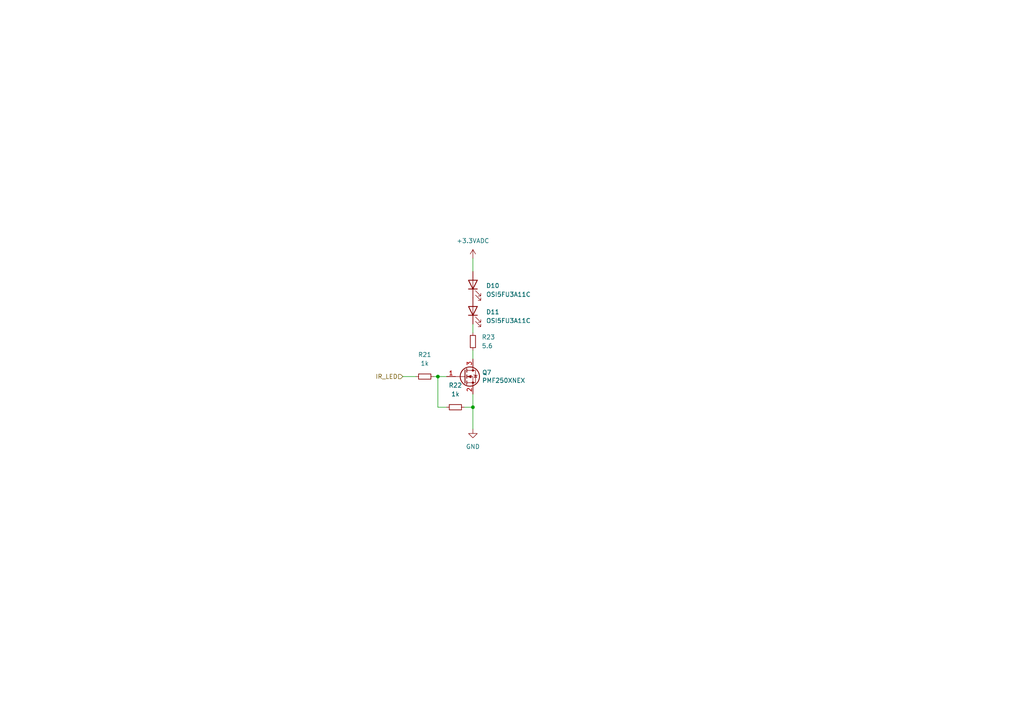
<source format=kicad_sch>
(kicad_sch (version 20211123) (generator eeschema)
  (paper "A4")
  (lib_symbols
    (symbol "Device:LED" (pin_numbers hide) (pin_names (offset 1.016) hide)
      (property "Reference" "D" (at 0 2.54 0))
      (property "Value" "LED" (at 0 -2.54 0))
      (symbol "LED_0_1"
        (polyline (pts (xy -1.27 -1.27) (xy -1.27 1.27)) (stroke (width 0.254)))
        (polyline (pts (xy -1.27 0) (xy 1.27 0)))
        (polyline (pts (xy 1.27 -1.27) (xy 1.27 1.27) (xy -1.27 0) (xy 1.27 -1.27)) (stroke (width 0.254)))
        (polyline (pts (xy -3.048 -0.762) (xy -4.572 -2.286) (xy -3.81 -2.286) (xy -4.572 -2.286) (xy -4.572 -1.524)))
        (polyline (pts (xy -1.778 -0.762) (xy -3.302 -2.286) (xy -2.54 -2.286) (xy -3.302 -2.286) (xy -3.302 -1.524)))
      )
      (symbol "LED_1_1"
        (pin passive line (at -3.81 0 0) (length 2.54) (name "K") (number "1"))
        (pin passive line (at 3.81 0 180) (length 2.54) (name "A") (number "2"))
      )
    )
    (symbol "Device:R_Small" (pin_numbers hide) (pin_names (offset 0.254) hide)
      (property "Reference" "R" (at 0.762 0.508 0))
      (property "Value" "R_Small" (at 0.762 -1.016 0))
      (symbol "R_Small_0_1"
        (rectangle (start -0.762 1.778) (end 0.762 -1.778) (stroke (width 0.2032)))
      )
      (symbol "R_Small_1_1"
        (pin passive line (at 0 2.54 270) (length 0.762) (name "~") (number "1"))
        (pin passive line (at 0 -2.54 90) (length 0.762) (name "~") (number "2"))
      )
    )
    (symbol "Transistor_FET:BSS138" (pin_names hide)
      (property "Reference" "Q" (at 5.08 1.905 0))
      (property "Value" "BSS138" (at 5.08 0 0))
      (symbol "BSS138_0_1"
        (polyline (pts (xy 0.254 0) (xy -2.54 0)))
        (polyline (pts (xy 0.254 1.905) (xy 0.254 -1.905)) (stroke (width 0.254)))
        (polyline (pts (xy 0.762 -1.27) (xy 0.762 -2.286)) (stroke (width 0.254)))
        (polyline (pts (xy 0.762 0.508) (xy 0.762 -0.508)) (stroke (width 0.254)))
        (polyline (pts (xy 0.762 2.286) (xy 0.762 1.27)) (stroke (width 0.254)))
        (polyline (pts (xy 2.54 2.54) (xy 2.54 1.778)))
        (polyline (pts (xy 2.54 -2.54) (xy 2.54 0) (xy 0.762 0)))
        (polyline (pts (xy 0.762 -1.778) (xy 3.302 -1.778) (xy 3.302 1.778) (xy 0.762 1.778)))
        (polyline (pts (xy 1.016 0) (xy 2.032 0.381) (xy 2.032 -0.381) (xy 1.016 0)) (fill (type outline)))
        (polyline (pts (xy 2.794 0.508) (xy 2.921 0.381) (xy 3.683 0.381) (xy 3.81 0.254)))
        (polyline (pts (xy 3.302 0.381) (xy 2.921 -0.254) (xy 3.683 -0.254) (xy 3.302 0.381)))
        (circle (center 1.651 0) (radius 2.794) (stroke (width 0.254)))
        (circle (center 2.54 -1.778) (radius 0.254) (fill (type outline)))
        (circle (center 2.54 1.778) (radius 0.254) (fill (type outline)))
      )
      (symbol "BSS138_1_1"
        (pin input line (at -5.08 0 0) (length 2.54) (name "G") (number "1"))
        (pin passive line (at 2.54 -5.08 90) (length 2.54) (name "S") (number "2"))
        (pin passive line (at 2.54 5.08 270) (length 2.54) (name "D") (number "3"))
      )
    )
    (symbol "power:+3.3VADC" (power) (pin_names (offset 0))
      (property "Value" "+3.3VADC" (at 0 2.54 0))
      (symbol "+3.3VADC_0_0"
        (pin power_in line (at 0 0 90) (length 0) hide (name "+3.3VADC") (number "1"))
      )
      (symbol "+3.3VADC_0_1"
        (polyline (pts (xy -0.762 1.27) (xy 0 2.54)))
        (polyline (pts (xy 0 0) (xy 0 2.54)))
        (polyline (pts (xy 0 2.54) (xy 0.762 1.27)))
      )
    )
    (symbol "power:GND" (power) (pin_names (offset 0))
      (property "Value" "GND" (at 0 -3.81 0))
      (symbol "GND_0_1"
        (polyline (pts (xy 0 0) (xy 0 -1.27) (xy 1.27 -1.27) (xy 0 -2.54) (xy -1.27 -1.27) (xy 0 -1.27)))
      )
      (symbol "GND_1_1"
        (pin power_in line (at 0 0 270) (length 0) hide (name "GND") (number "1"))
      )
    )
  )
  (junction (at 127 109.22))
  (junction (at 137.16 118.11))
  (wire (pts (xy 116.84 109.22) (xy 120.65 109.22)))
  (wire (pts (xy 125.73 109.22) (xy 127 109.22)))
  (wire (pts (xy 137.16 118.11) (xy 137.16 124.46)))
  (wire (pts (xy 137.16 96.52) (xy 137.16 93.98)))
  (wire (pts (xy 127 109.22) (xy 127 118.11)))
  (wire (pts (xy 134.62 118.11) (xy 137.16 118.11)))
  (wire (pts (xy 137.16 114.3) (xy 137.16 118.11)))
  (wire (pts (xy 137.16 101.6) (xy 137.16 104.14)))
  (wire (pts (xy 129.54 118.11) (xy 127 118.11)))
  (wire (pts (xy 137.16 74.93) (xy 137.16 78.74)))
  (wire (pts (xy 127 109.22) (xy 129.54 109.22)))
  (hierarchical_label "IR_LED" (shape input) (at 116.84 109.22 180))
  (symbol (lib_id "Device:R_Small") (at 123.19 109.22 90) (unit 1)
    (property "Reference" "R21" (at 123.19 102.87 90))
    (property "Value" "1k" (at 123.19 105.41 90))
    (property "Footprint" "Resistor_SMD:R_0201_0603Metric" (effects hide))
  )
  (symbol (lib_id "Device:R_Small") (at 132.08 118.11 90) (unit 1)
    (property "Reference" "R22" (at 132.08 111.76 90))
    (property "Value" "1k" (at 132.08 114.3 90))
    (property "Footprint" "Resistor_SMD:R_0201_0603Metric" (effects hide))
  )
  (symbol (lib_id "power:GND") (at 137.16 124.46 0) (unit 1)
    (property "Reference" "#PWR066" (effects hide))
    (property "Value" "GND" (at 137.16 129.54 0))
  )
  (symbol (lib_id "Device:LED") (at 137.16 82.55 90) (unit 1)
    (property "Reference" "D10" (at 140.97 82.8674 90) (effects (justify right)))
    (property "Value" "OSI5FU3A11C" (at 140.97 85.4074 90) (effects (justify right)))
    (property "Footprint" "half_mouse_lib:OSI5FU3A11C" (effects hide))
  )
  (symbol (lib_id "Transistor_FET:BSS138") (at 134.62 109.22 0) (unit 1)
    (property "Reference" "Q7" (at 139.8016 108.0516 0) (effects (justify left)))
    (property "Value" "PMF250XNEX" (at 139.8016 110.363 0) (effects (justify left)))
    (property "Footprint" "Package_TO_SOT_SMD:SOT-323_SC-70_Handsoldering" (effects hide))
    (property "Datasheet" "https://www.onsemi.com/pub/Collateral/BSS138-D.PDF" (effects hide))
  )
  (symbol (lib_id "Device:R_Small") (at 137.16 99.06 0) (unit 1)
    (property "Reference" "R23" (at 139.7 97.7899 0) (effects (justify left)))
    (property "Value" "5.6" (at 139.7 100.3299 0) (effects (justify left)))
    (property "Footprint" "Resistor_SMD:R_0201_0603Metric" (effects hide))
  )
  (symbol (lib_id "Device:LED") (at 137.16 90.17 90) (unit 1)
    (property "Reference" "D11" (at 140.97 90.4874 90) (effects (justify right)))
    (property "Value" "OSI5FU3A11C" (at 140.97 93.0274 90) (effects (justify right)))
    (property "Footprint" "half_mouse_lib:OSI5FU3A11C" (effects hide))
  )
  (symbol (lib_id "power:+3.3VADC") (at 137.16 74.93 0) (unit 1)
    (property "Reference" "#PWR065" (effects hide))
    (property "Value" "+3.3VADC" (at 137.16 69.85 0))
  )
)
</source>
